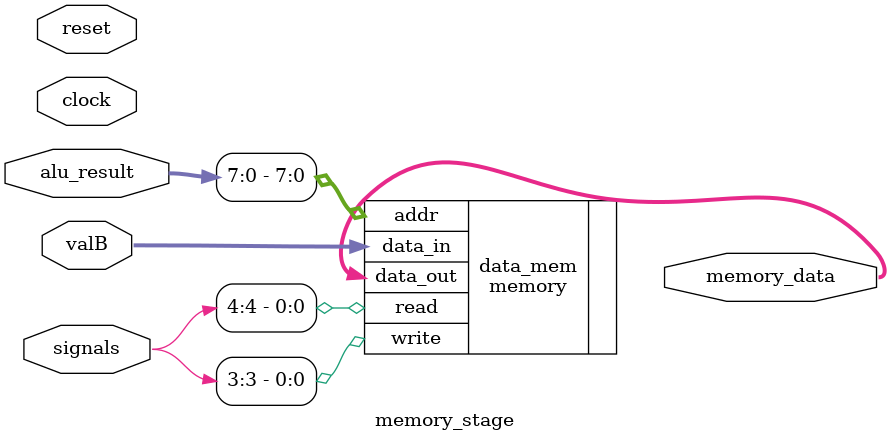
<source format=v>
`timescale 1ns/1ns
module memory_stage (
    input clock, reset,
    input [31:0] alu_result,
    input [31:0] valB,
    input [7:0] signals,
    output [31:0] memory_data   //data loaded from memory (array)
);


	//signals[7]: wire ALUSrc; //true: second operand is extended [15:0] (constant, offset); false: second operand is [20:16] (register)
	//signals[6]: wire MemToReg; //from memory to register (LW)
	//signals[5]: wire reg_write; //true: write to register
	//signals[4]: wire MemRead; //read from memory (LW)
	//signals[3]: wire MemWrite; //write to memory (SW)
	//signals[2]: wire branch; //jump indicator
	//signals[1]: wire eq; //jump on equal (subtraction == zero)
    //signals[0]: wire goto_flg; //next instruction: pc + 4 bytes * offset


	//data loaded from memory (array)
    //memory implemented by means of arrays
    memory data_mem(
        .read(signals[4]), 
        .write(signals[3]), 
        .addr(alu_result[7:0]), 
        .data_in(valB), 
        .data_out(memory_data)
    );


endmodule

</source>
